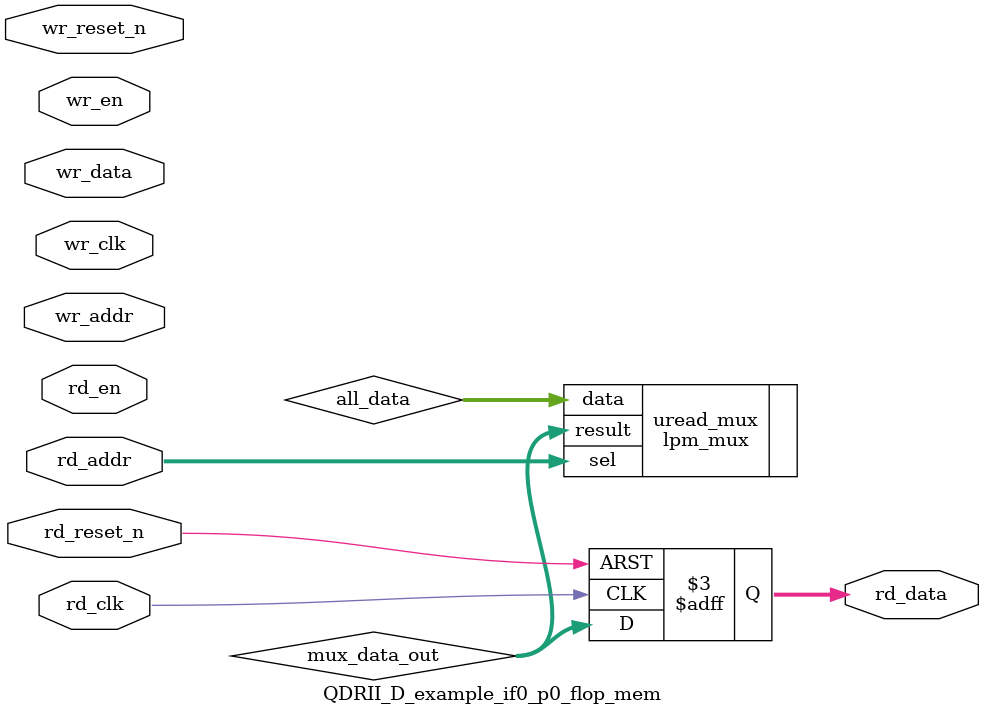
<source format=v>



`timescale 1 ps / 1 ps

(* altera_attribute = "-name ALLOW_SYNCH_CTRL_USAGE ON;-name AUTO_CLOCK_ENABLE_RECOGNITION ON" *)
module QDRII_D_example_if0_p0_flop_mem(
	wr_reset_n,
	wr_clk,
	wr_en,
	wr_addr,
	wr_data,
	rd_reset_n,
	rd_clk,
	rd_en,
	rd_addr,
	rd_data
);

parameter WRITE_MEM_DEPTH	= "";
parameter WRITE_ADDR_WIDTH	= "";
parameter WRITE_DATA_WIDTH	= "";
parameter READ_MEM_DEPTH	= "";
parameter READ_ADDR_WIDTH	= "";		 
parameter READ_DATA_WIDTH	= "";


input	wr_reset_n;
input	wr_clk;
input	wr_en;
input	[WRITE_ADDR_WIDTH-1:0] wr_addr;
input	[WRITE_DATA_WIDTH-1:0] wr_data;
input	rd_reset_n;
input	rd_clk;
input	rd_en;
input	[READ_ADDR_WIDTH-1:0] rd_addr;
output	[READ_DATA_WIDTH-1:0] rd_data;



wire	[WRITE_DATA_WIDTH*WRITE_MEM_DEPTH-1:0] all_data;
wire	[READ_DATA_WIDTH-1:0] mux_data_out;



// declare a memory with WRITE_MEM_DEPTH entries
// each entry contains a data size of WRITE_DATA_WIDTH
reg	[WRITE_DATA_WIDTH-1:0] data_stored [0:WRITE_MEM_DEPTH-1] /* synthesis syn_preserve = 1 */;
reg	[READ_DATA_WIDTH-1:0] rd_data;

generate
genvar entry;
	for (entry=0; entry < WRITE_MEM_DEPTH; entry=entry+1)
	begin: mem_location
		assign all_data[(WRITE_DATA_WIDTH*(entry+1)-1) : (WRITE_DATA_WIDTH*entry)] = data_stored[entry]; 
		
		always @(posedge wr_clk or negedge wr_reset_n)
		begin
			if (~wr_reset_n) begin
				data_stored[entry] <= {WRITE_DATA_WIDTH{1'b0}};
			end else begin
				if (wr_en) begin
					if (entry == wr_addr) begin
						data_stored[entry] <= wr_data;
					end
				end
			end
		end		
	end
endgenerate

// mux to select the correct output data based on read address
lpm_mux	uread_mux(
	.sel (rd_addr),
	.data (all_data),
	.result (mux_data_out)
	// synopsys translate_off
	,
	.aclr (),
	.clken (),
	.clock ()
	// synopsys translate_on
	);
 defparam uread_mux.lpm_size = READ_MEM_DEPTH;
 defparam uread_mux.lpm_type = "LPM_MUX";
 defparam uread_mux.lpm_width = READ_DATA_WIDTH;
 defparam uread_mux.lpm_widths = READ_ADDR_WIDTH;

always @(posedge rd_clk or negedge rd_reset_n)	
begin
	if (~rd_reset_n) begin
		rd_data <= {READ_DATA_WIDTH{1'b0}};
	end else begin
		rd_data <= mux_data_out;
	end
end

endmodule

</source>
